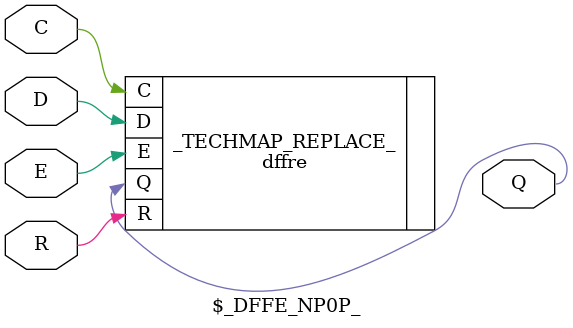
<source format=v>

module \$_DFF_P_ (D, C, Q);
    input D;
    input C;
    output Q;
    parameter _TECHMAP_WIREINIT_Q_ = 1'bx;
    dff _TECHMAP_REPLACE_ (.Q(Q), .D(D), .C(C));
endmodule

// Async reset
module \$_DFF_PP0_ (D, C, R, Q);
    input D;
    input C;
    input R;
    output Q;
    parameter _TECHMAP_WIREINIT_Q_ = 1'bx;
    dffr _TECHMAP_REPLACE_ (.Q(Q), .D(D), .C(C), .R(R));
endmodule

// Async active-low reset
module \$_DFF_PN0_ (D, C, R, Q);
    input D;
    input C;
    input R;
    output Q;
    parameter _TECHMAP_WIREINIT_Q_ = 1'bx;
    dffrn _TECHMAP_REPLACE_ (.Q(Q), .D(D), .C(C), .RN(R));
endmodule

// Async reset, enable
module  \$_DFFE_PP0P_ (D, C, E, R, Q);
    input D;
    input C;
    input E;
    input R;
    output Q;
    parameter _TECHMAP_WIREINIT_Q_ = 1'bx;
    dffre  _TECHMAP_REPLACE_ (.D(D), .Q(Q), .C(C), .E(E), .R(R));
endmodule

// Latch with Async reset, enable
module  \$_DLATCH_PP0_ (input E, R, D, output Q);
    parameter _TECHMAP_WIREINIT_Q_ = 1'bx;
    latchre _TECHMAP_REPLACE_ (.D(D), .Q(Q), .E(1'b1), .G(E),  .R(R));
endmodule

// The following techmap operation are not performed right now
// as Negative edge FF are not legalized in synth_quicklogic for qlf_k6n10
// but in case we implement clock inversion in the future, the support is ready for it.
module \$_DFF_N_ (D, CN, Q);
    input D;
    input CN;
    output Q;
    parameter _TECHMAP_WIREINIT_Q_ = 1'bx;
    dff #(.IS_C_INVERTED(1'b1)) _TECHMAP_REPLACE_ (.Q(Q), .D(D), .C(CN));
endmodule

module \$_DFF_NP0_ (D, C, R, Q);
    input D;
    input C;
    input R;
    output Q;
    parameter _TECHMAP_WIREINIT_Q_ = 1'bx;
    dffnr #(.IS_C_INVERTED(1'b1)) _TECHMAP_REPLACE_ (.Q(Q), .D(D), .CN(C), .R(R));
endmodule

module  \$_DFFE_NP0P_ (D, C, E, R, Q);
    input D;
    input C;
    input E;
    input R;
    output Q;
    parameter _TECHMAP_WIREINIT_Q_ = 1'bx;
    dffre  #(.IS_C_INVERTED(1'b1)) _TECHMAP_REPLACE_ (.D(D), .Q(Q), .C(C), .E(E), .R(R));
endmodule

</source>
